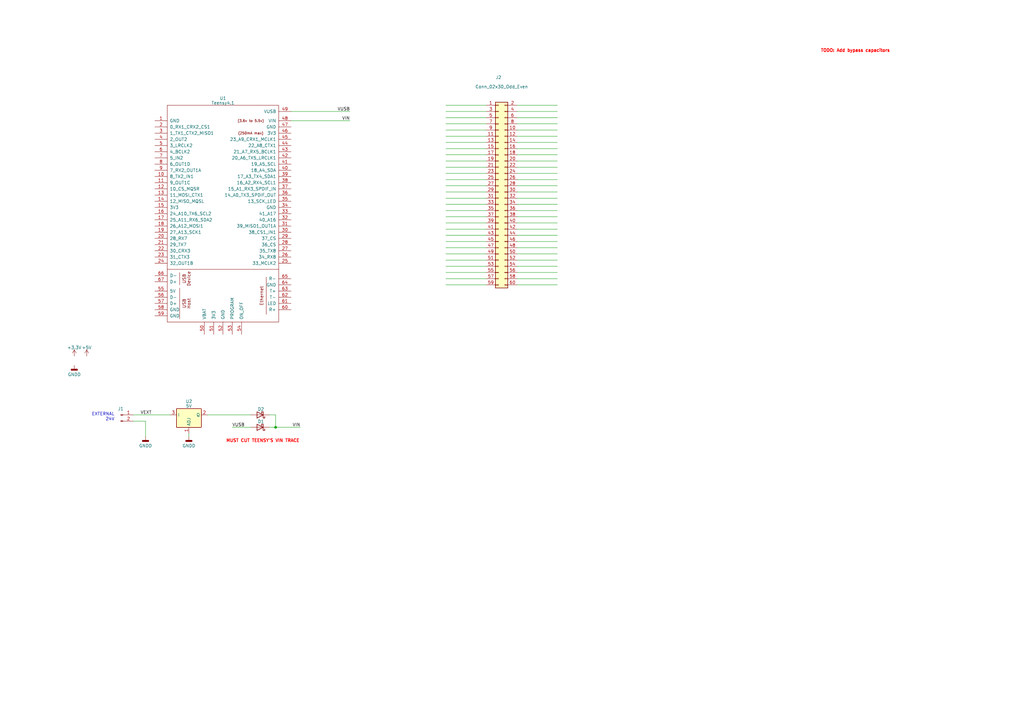
<source format=kicad_sch>
(kicad_sch (version 20230121) (generator eeschema)
  (paper "A3")
  (lib_symbols
    (symbol "Connector:Conn_01x02_Pin" (pin_names (offset 1.016) hide)
      (property "Reference" "J" (at 0 2.54 0))
      (property "Value" "Conn_01x02_Pin" (at 0 -5.08 0))
      (symbol "Conn_01x02_Pin_1_1"
        (polyline (pts (xy 1.27 -2.54) (xy 0.8636 -2.54)) (stroke (width 0.1524)))
        (polyline (pts (xy 1.27 0) (xy 0.8636 0)) (stroke (width 0.1524)))
        (rectangle (start 0.8636 -2.413) (end 0 -2.667) (stroke (width 0.1524)) (fill (type outline)))
        (rectangle (start 0.8636 0.127) (end 0 -0.127) (stroke (width 0.1524)) (fill (type outline)))
        (pin passive line (at 5.08 0 180) (length 3.81) (name "Pin_1") (number "1"))
        (pin passive line (at 5.08 -2.54 180) (length 3.81) (name "Pin_2") (number "2"))
      )
    )
    (symbol "Connector_Generic:Conn_02x30_Odd_Even" (pin_names (offset 1.016) hide)
      (property "Reference" "J" (at 1.27 38.1 0))
      (property "Value" "Conn_02x30_Odd_Even" (at 1.27 -40.64 0))
      (symbol "Conn_02x30_Odd_Even_1_1"
        (rectangle (start -1.27 -37.973) (end 0 -38.227) (stroke (width 0.1524)))
        (rectangle (start -1.27 -35.433) (end 0 -35.687) (stroke (width 0.1524)))
        (rectangle (start -1.27 -32.893) (end 0 -33.147) (stroke (width 0.1524)))
        (rectangle (start -1.27 -30.353) (end 0 -30.607) (stroke (width 0.1524)))
        (rectangle (start -1.27 -27.813) (end 0 -28.067) (stroke (width 0.1524)))
        (rectangle (start -1.27 -25.273) (end 0 -25.527) (stroke (width 0.1524)))
        (rectangle (start -1.27 -22.733) (end 0 -22.987) (stroke (width 0.1524)))
        (rectangle (start -1.27 -20.193) (end 0 -20.447) (stroke (width 0.1524)))
        (rectangle (start -1.27 -17.653) (end 0 -17.907) (stroke (width 0.1524)))
        (rectangle (start -1.27 -15.113) (end 0 -15.367) (stroke (width 0.1524)))
        (rectangle (start -1.27 -12.573) (end 0 -12.827) (stroke (width 0.1524)))
        (rectangle (start -1.27 -10.033) (end 0 -10.287) (stroke (width 0.1524)))
        (rectangle (start -1.27 -7.493) (end 0 -7.747) (stroke (width 0.1524)))
        (rectangle (start -1.27 -4.953) (end 0 -5.207) (stroke (width 0.1524)))
        (rectangle (start -1.27 -2.413) (end 0 -2.667) (stroke (width 0.1524)))
        (rectangle (start -1.27 0.127) (end 0 -0.127) (stroke (width 0.1524)))
        (rectangle (start -1.27 2.667) (end 0 2.413) (stroke (width 0.1524)))
        (rectangle (start -1.27 5.207) (end 0 4.953) (stroke (width 0.1524)))
        (rectangle (start -1.27 7.747) (end 0 7.493) (stroke (width 0.1524)))
        (rectangle (start -1.27 10.287) (end 0 10.033) (stroke (width 0.1524)))
        (rectangle (start -1.27 12.827) (end 0 12.573) (stroke (width 0.1524)))
        (rectangle (start -1.27 15.367) (end 0 15.113) (stroke (width 0.1524)))
        (rectangle (start -1.27 17.907) (end 0 17.653) (stroke (width 0.1524)))
        (rectangle (start -1.27 20.447) (end 0 20.193) (stroke (width 0.1524)))
        (rectangle (start -1.27 22.987) (end 0 22.733) (stroke (width 0.1524)))
        (rectangle (start -1.27 25.527) (end 0 25.273) (stroke (width 0.1524)))
        (rectangle (start -1.27 28.067) (end 0 27.813) (stroke (width 0.1524)))
        (rectangle (start -1.27 30.607) (end 0 30.353) (stroke (width 0.1524)))
        (rectangle (start -1.27 33.147) (end 0 32.893) (stroke (width 0.1524)))
        (rectangle (start -1.27 35.687) (end 0 35.433) (stroke (width 0.1524)))
        (rectangle (start -1.27 36.83) (end 3.81 -39.37) (stroke (width 0.254)) (fill (type background)))
        (rectangle (start 3.81 -37.973) (end 2.54 -38.227) (stroke (width 0.1524)))
        (rectangle (start 3.81 -35.433) (end 2.54 -35.687) (stroke (width 0.1524)))
        (rectangle (start 3.81 -32.893) (end 2.54 -33.147) (stroke (width 0.1524)))
        (rectangle (start 3.81 -30.353) (end 2.54 -30.607) (stroke (width 0.1524)))
        (rectangle (start 3.81 -27.813) (end 2.54 -28.067) (stroke (width 0.1524)))
        (rectangle (start 3.81 -25.273) (end 2.54 -25.527) (stroke (width 0.1524)))
        (rectangle (start 3.81 -22.733) (end 2.54 -22.987) (stroke (width 0.1524)))
        (rectangle (start 3.81 -20.193) (end 2.54 -20.447) (stroke (width 0.1524)))
        (rectangle (start 3.81 -17.653) (end 2.54 -17.907) (stroke (width 0.1524)))
        (rectangle (start 3.81 -15.113) (end 2.54 -15.367) (stroke (width 0.1524)))
        (rectangle (start 3.81 -12.573) (end 2.54 -12.827) (stroke (width 0.1524)))
        (rectangle (start 3.81 -10.033) (end 2.54 -10.287) (stroke (width 0.1524)))
        (rectangle (start 3.81 -7.493) (end 2.54 -7.747) (stroke (width 0.1524)))
        (rectangle (start 3.81 -4.953) (end 2.54 -5.207) (stroke (width 0.1524)))
        (rectangle (start 3.81 -2.413) (end 2.54 -2.667) (stroke (width 0.1524)))
        (rectangle (start 3.81 0.127) (end 2.54 -0.127) (stroke (width 0.1524)))
        (rectangle (start 3.81 2.667) (end 2.54 2.413) (stroke (width 0.1524)))
        (rectangle (start 3.81 5.207) (end 2.54 4.953) (stroke (width 0.1524)))
        (rectangle (start 3.81 7.747) (end 2.54 7.493) (stroke (width 0.1524)))
        (rectangle (start 3.81 10.287) (end 2.54 10.033) (stroke (width 0.1524)))
        (rectangle (start 3.81 12.827) (end 2.54 12.573) (stroke (width 0.1524)))
        (rectangle (start 3.81 15.367) (end 2.54 15.113) (stroke (width 0.1524)))
        (rectangle (start 3.81 17.907) (end 2.54 17.653) (stroke (width 0.1524)))
        (rectangle (start 3.81 20.447) (end 2.54 20.193) (stroke (width 0.1524)))
        (rectangle (start 3.81 22.987) (end 2.54 22.733) (stroke (width 0.1524)))
        (rectangle (start 3.81 25.527) (end 2.54 25.273) (stroke (width 0.1524)))
        (rectangle (start 3.81 28.067) (end 2.54 27.813) (stroke (width 0.1524)))
        (rectangle (start 3.81 30.607) (end 2.54 30.353) (stroke (width 0.1524)))
        (rectangle (start 3.81 33.147) (end 2.54 32.893) (stroke (width 0.1524)))
        (rectangle (start 3.81 35.687) (end 2.54 35.433) (stroke (width 0.1524)))
        (pin passive line (at -5.08 35.56 0) (length 3.81) (name "Pin_1") (number "1"))
        (pin passive line (at 7.62 25.4 180) (length 3.81) (name "Pin_10") (number "10"))
        (pin passive line (at -5.08 22.86 0) (length 3.81) (name "Pin_11") (number "11"))
        (pin passive line (at 7.62 22.86 180) (length 3.81) (name "Pin_12") (number "12"))
        (pin passive line (at -5.08 20.32 0) (length 3.81) (name "Pin_13") (number "13"))
        (pin passive line (at 7.62 20.32 180) (length 3.81) (name "Pin_14") (number "14"))
        (pin passive line (at -5.08 17.78 0) (length 3.81) (name "Pin_15") (number "15"))
        (pin passive line (at 7.62 17.78 180) (length 3.81) (name "Pin_16") (number "16"))
        (pin passive line (at -5.08 15.24 0) (length 3.81) (name "Pin_17") (number "17"))
        (pin passive line (at 7.62 15.24 180) (length 3.81) (name "Pin_18") (number "18"))
        (pin passive line (at -5.08 12.7 0) (length 3.81) (name "Pin_19") (number "19"))
        (pin passive line (at 7.62 35.56 180) (length 3.81) (name "Pin_2") (number "2"))
        (pin passive line (at 7.62 12.7 180) (length 3.81) (name "Pin_20") (number "20"))
        (pin passive line (at -5.08 10.16 0) (length 3.81) (name "Pin_21") (number "21"))
        (pin passive line (at 7.62 10.16 180) (length 3.81) (name "Pin_22") (number "22"))
        (pin passive line (at -5.08 7.62 0) (length 3.81) (name "Pin_23") (number "23"))
        (pin passive line (at 7.62 7.62 180) (length 3.81) (name "Pin_24") (number "24"))
        (pin passive line (at -5.08 5.08 0) (length 3.81) (name "Pin_25") (number "25"))
        (pin passive line (at 7.62 5.08 180) (length 3.81) (name "Pin_26") (number "26"))
        (pin passive line (at -5.08 2.54 0) (length 3.81) (name "Pin_27") (number "27"))
        (pin passive line (at 7.62 2.54 180) (length 3.81) (name "Pin_28") (number "28"))
        (pin passive line (at -5.08 0 0) (length 3.81) (name "Pin_29") (number "29"))
        (pin passive line (at -5.08 33.02 0) (length 3.81) (name "Pin_3") (number "3"))
        (pin passive line (at 7.62 0 180) (length 3.81) (name "Pin_30") (number "30"))
        (pin passive line (at -5.08 -2.54 0) (length 3.81) (name "Pin_31") (number "31"))
        (pin passive line (at 7.62 -2.54 180) (length 3.81) (name "Pin_32") (number "32"))
        (pin passive line (at -5.08 -5.08 0) (length 3.81) (name "Pin_33") (number "33"))
        (pin passive line (at 7.62 -5.08 180) (length 3.81) (name "Pin_34") (number "34"))
        (pin passive line (at -5.08 -7.62 0) (length 3.81) (name "Pin_35") (number "35"))
        (pin passive line (at 7.62 -7.62 180) (length 3.81) (name "Pin_36") (number "36"))
        (pin passive line (at -5.08 -10.16 0) (length 3.81) (name "Pin_37") (number "37"))
        (pin passive line (at 7.62 -10.16 180) (length 3.81) (name "Pin_38") (number "38"))
        (pin passive line (at -5.08 -12.7 0) (length 3.81) (name "Pin_39") (number "39"))
        (pin passive line (at 7.62 33.02 180) (length 3.81) (name "Pin_4") (number "4"))
        (pin passive line (at 7.62 -12.7 180) (length 3.81) (name "Pin_40") (number "40"))
        (pin passive line (at -5.08 -15.24 0) (length 3.81) (name "Pin_41") (number "41"))
        (pin passive line (at 7.62 -15.24 180) (length 3.81) (name "Pin_42") (number "42"))
        (pin passive line (at -5.08 -17.78 0) (length 3.81) (name "Pin_43") (number "43"))
        (pin passive line (at 7.62 -17.78 180) (length 3.81) (name "Pin_44") (number "44"))
        (pin passive line (at -5.08 -20.32 0) (length 3.81) (name "Pin_45") (number "45"))
        (pin passive line (at 7.62 -20.32 180) (length 3.81) (name "Pin_46") (number "46"))
        (pin passive line (at -5.08 -22.86 0) (length 3.81) (name "Pin_47") (number "47"))
        (pin passive line (at 7.62 -22.86 180) (length 3.81) (name "Pin_48") (number "48"))
        (pin passive line (at -5.08 -25.4 0) (length 3.81) (name "Pin_49") (number "49"))
        (pin passive line (at -5.08 30.48 0) (length 3.81) (name "Pin_5") (number "5"))
        (pin passive line (at 7.62 -25.4 180) (length 3.81) (name "Pin_50") (number "50"))
        (pin passive line (at -5.08 -27.94 0) (length 3.81) (name "Pin_51") (number "51"))
        (pin passive line (at 7.62 -27.94 180) (length 3.81) (name "Pin_52") (number "52"))
        (pin passive line (at -5.08 -30.48 0) (length 3.81) (name "Pin_53") (number "53"))
        (pin passive line (at 7.62 -30.48 180) (length 3.81) (name "Pin_54") (number "54"))
        (pin passive line (at -5.08 -33.02 0) (length 3.81) (name "Pin_55") (number "55"))
        (pin passive line (at 7.62 -33.02 180) (length 3.81) (name "Pin_56") (number "56"))
        (pin passive line (at -5.08 -35.56 0) (length 3.81) (name "Pin_57") (number "57"))
        (pin passive line (at 7.62 -35.56 180) (length 3.81) (name "Pin_58") (number "58"))
        (pin passive line (at -5.08 -38.1 0) (length 3.81) (name "Pin_59") (number "59"))
        (pin passive line (at 7.62 30.48 180) (length 3.81) (name "Pin_6") (number "6"))
        (pin passive line (at 7.62 -38.1 180) (length 3.81) (name "Pin_60") (number "60"))
        (pin passive line (at -5.08 27.94 0) (length 3.81) (name "Pin_7") (number "7"))
        (pin passive line (at 7.62 27.94 180) (length 3.81) (name "Pin_8") (number "8"))
        (pin passive line (at -5.08 25.4 0) (length 3.81) (name "Pin_9") (number "9"))
      )
    )
    (symbol "Device:D_Schottky" (pin_numbers hide) (pin_names (offset 1.016) hide)
      (property "Reference" "D" (at 0 2.54 0))
      (property "Value" "D_Schottky" (at 0 -2.54 0))
      (symbol "D_Schottky_0_1"
        (polyline (pts (xy 1.27 0) (xy -1.27 0)))
        (polyline (pts (xy 1.27 1.27) (xy 1.27 -1.27) (xy -1.27 0) (xy 1.27 1.27)) (stroke (width 0.254)))
        (polyline (pts (xy -1.905 0.635) (xy -1.905 1.27) (xy -1.27 1.27) (xy -1.27 -1.27) (xy -0.635 -1.27) (xy -0.635 -0.635)) (stroke (width 0.254)))
      )
      (symbol "D_Schottky_1_1"
        (pin passive line (at -3.81 0 0) (length 2.54) (name "K") (number "1"))
        (pin passive line (at 3.81 0 180) (length 2.54) (name "A") (number "2"))
      )
    )
    (symbol "Regulator_Linear:IFX27001TFV"
      (property "Reference" "U" (at 0 6.35 0))
      (property "Value" "IFX27001TFV" (at 0 3.81 0))
      (symbol "IFX27001TFV_1_1"
        (rectangle (start -5.08 2.54) (end 5.08 -5.08) (stroke (width 0.254)) (fill (type background)))
        (pin input line (at 0 -7.62 90) (length 2.54) (name "ADJ") (number "1"))
        (pin power_out line (at 7.62 0 180) (length 2.54) (name "Q") (number "2"))
        (pin power_in line (at -7.62 0 0) (length 2.54) (name "I") (number "3"))
      )
    )
    (symbol "main_board:GND" (power) (pin_names (offset 0))
      (property "Value" "GND" (at 0 -3.175 0))
      (symbol "GND_0_1"
        (rectangle (start -1.27 -1.524) (end 1.27 -2.032) (stroke (width 0.254)) (fill (type outline)))
        (polyline (pts (xy 0 0) (xy 0 -1.524)))
      )
      (symbol "GND_1_1"
        (pin power_in line (at 0 0 270) (length 0) hide (name "GNDD") (number "1"))
      )
    )
    (symbol "main_board:Teensy4.1" (pin_names (offset 1.016))
      (property "Reference" "U" (at 0 64.77 0))
      (property "Value" "Teensy4.1" (at 0 62.23 0))
      (symbol "Teensy4.1_0_0"
        (polyline (pts (xy -22.86 -6.35) (xy 22.86 -6.35)))
        (polyline (pts (xy -17.78 -26.67) (xy -17.78 -13.97)))
        (polyline (pts (xy -17.78 -7.62) (xy -17.78 -12.7)))
        (polyline (pts (xy 17.78 -9.525) (xy 17.78 -24.765)))
        (text "(250mA max)" (at 11.43 49.53 0) (effects (font (size 1.016 1.016))))
        (text "(3.6v to 5.5v)" (at 11.43 54.61 0) (effects (font (size 1.016 1.016))))
        (text "Device" (at -13.97 -10.16 900) (effects (font (size 1.27 1.27))))
        (text "Ethernet" (at 15.875 -17.145 900) (effects (font (size 1.27 1.27))))
        (text "Host" (at -13.97 -20.32 900) (effects (font (size 1.27 1.27))))
        (text "USB" (at -15.875 -20.32 900) (effects (font (size 1.27 1.27))))
        (text "USB" (at -15.875 -10.16 900) (effects (font (size 1.27 1.27))))
        (pin bidirectional line (at -27.94 31.75 0) (length 5.08) (name "8_TX2_IN1") (number "10"))
        (pin bidirectional line (at -27.94 29.21 0) (length 5.08) (name "9_OUT1C") (number "11"))
        (pin bidirectional line (at -27.94 26.67 0) (length 5.08) (name "10_CS_MQSR") (number "12"))
        (pin bidirectional line (at -27.94 24.13 0) (length 5.08) (name "11_MOSI_CTX1") (number "13"))
        (pin bidirectional line (at -27.94 21.59 0) (length 5.08) (name "12_MISO_MQSL") (number "14"))
        (pin power_in line (at -27.94 19.05 0) (length 5.08) (name "3V3") (number "15"))
        (pin bidirectional line (at -27.94 16.51 0) (length 5.08) (name "24_A10_TX6_SCL2") (number "16"))
        (pin bidirectional line (at -27.94 13.97 0) (length 5.08) (name "25_A11_RX6_SDA2") (number "17"))
        (pin bidirectional line (at -27.94 11.43 0) (length 5.08) (name "26_A12_MOSI1") (number "18"))
        (pin bidirectional line (at -27.94 8.89 0) (length 5.08) (name "27_A13_SCK1") (number "19"))
        (pin bidirectional line (at -27.94 6.35 0) (length 5.08) (name "28_RX7") (number "20"))
        (pin bidirectional line (at -27.94 3.81 0) (length 5.08) (name "29_TX7") (number "21"))
        (pin bidirectional line (at -27.94 1.27 0) (length 5.08) (name "30_CRX3") (number "22"))
        (pin bidirectional line (at -27.94 -1.27 0) (length 5.08) (name "31_CTX3") (number "23"))
        (pin bidirectional line (at -27.94 -3.81 0) (length 5.08) (name "32_OUT1B") (number "24"))
        (pin bidirectional line (at 27.94 -3.81 180) (length 5.08) (name "33_MCLK2") (number "25"))
        (pin bidirectional line (at 27.94 -1.27 180) (length 5.08) (name "34_RX8") (number "26"))
        (pin bidirectional line (at 27.94 1.27 180) (length 5.08) (name "35_TX8") (number "27"))
        (pin bidirectional line (at 27.94 3.81 180) (length 5.08) (name "36_CS") (number "28"))
        (pin bidirectional line (at 27.94 6.35 180) (length 5.08) (name "37_CS") (number "29"))
        (pin bidirectional line (at 27.94 8.89 180) (length 5.08) (name "38_CS1_IN1") (number "30"))
        (pin bidirectional line (at 27.94 11.43 180) (length 5.08) (name "39_MISO1_OUT1A") (number "31"))
        (pin bidirectional line (at 27.94 13.97 180) (length 5.08) (name "40_A16") (number "32"))
        (pin bidirectional line (at 27.94 16.51 180) (length 5.08) (name "41_A17") (number "33"))
        (pin bidirectional line (at 27.94 21.59 180) (length 5.08) (name "13_SCK_LED") (number "35"))
        (pin bidirectional line (at 27.94 24.13 180) (length 5.08) (name "14_A0_TX3_SPDIF_OUT") (number "36"))
        (pin bidirectional line (at 27.94 26.67 180) (length 5.08) (name "15_A1_RX3_SPDIF_IN") (number "37"))
        (pin bidirectional line (at 27.94 29.21 180) (length 5.08) (name "16_A2_RX4_SCL1") (number "38"))
        (pin bidirectional line (at 27.94 31.75 180) (length 5.08) (name "17_A3_TX4_SDA1") (number "39"))
        (pin bidirectional line (at 27.94 34.29 180) (length 5.08) (name "18_A4_SDA") (number "40"))
        (pin bidirectional line (at 27.94 36.83 180) (length 5.08) (name "19_A5_SCL") (number "41"))
        (pin bidirectional line (at 27.94 39.37 180) (length 5.08) (name "20_A6_TX5_LRCLK1") (number "42"))
        (pin bidirectional line (at 27.94 41.91 180) (length 5.08) (name "21_A7_RX5_BCLK1") (number "43"))
        (pin bidirectional line (at 27.94 44.45 180) (length 5.08) (name "22_A8_CTX1") (number "44"))
        (pin bidirectional line (at 27.94 46.99 180) (length 5.08) (name "23_A9_CRX1_MCLK1") (number "45"))
        (pin output line (at 27.94 49.53 180) (length 5.08) (name "3V3") (number "46"))
        (pin output line (at 27.94 52.07 180) (length 5.08) (name "GND") (number "47"))
        (pin power_in line (at 27.94 54.61 180) (length 5.08) (name "VIN") (number "48"))
        (pin power_out line (at 27.94 58.42 180) (length 5.08) (name "VUSB") (number "49"))
        (pin bidirectional line (at -27.94 44.45 0) (length 5.08) (name "3_LRCLK2") (number "5"))
        (pin power_in line (at -7.62 -33.02 90) (length 5.08) (name "VBAT") (number "50"))
        (pin power_in line (at -3.81 -33.02 90) (length 5.08) (name "3V3") (number "51"))
        (pin input line (at 0 -33.02 90) (length 5.08) (name "GND") (number "52"))
        (pin input line (at 3.81 -33.02 90) (length 5.08) (name "PROGRAM") (number "53"))
        (pin input line (at 7.62 -33.02 90) (length 5.08) (name "ON_OFF") (number "54"))
        (pin power_out line (at -27.94 -15.24 0) (length 5.08) (name "5V") (number "55"))
        (pin bidirectional line (at -27.94 -17.78 0) (length 5.08) (name "D-") (number "56"))
        (pin bidirectional line (at -27.94 -20.32 0) (length 5.08) (name "D+") (number "57"))
        (pin power_in line (at -27.94 -22.86 0) (length 5.08) (name "GND") (number "58"))
        (pin power_in line (at -27.94 -25.4 0) (length 5.08) (name "GND") (number "59"))
        (pin bidirectional line (at -27.94 41.91 0) (length 5.08) (name "4_BCLK2") (number "6"))
        (pin bidirectional line (at 27.94 -22.86 180) (length 5.08) (name "R+") (number "60"))
        (pin bidirectional line (at 27.94 -20.32 180) (length 5.08) (name "LED") (number "61"))
        (pin bidirectional line (at 27.94 -17.78 180) (length 5.08) (name "T-") (number "62"))
        (pin bidirectional line (at 27.94 -15.24 180) (length 5.08) (name "T+") (number "63"))
        (pin power_in line (at 27.94 -12.7 180) (length 5.08) (name "GND") (number "64"))
        (pin bidirectional line (at 27.94 -10.16 180) (length 5.08) (name "R-") (number "65"))
        (pin bidirectional line (at -27.94 -8.89 0) (length 5.08) (name "D-") (number "66"))
        (pin bidirectional line (at -27.94 -11.43 0) (length 5.08) (name "D+") (number "67"))
        (pin bidirectional line (at -27.94 39.37 0) (length 5.08) (name "5_IN2") (number "7"))
        (pin bidirectional line (at -27.94 36.83 0) (length 5.08) (name "6_OUT1D") (number "8"))
        (pin bidirectional line (at -27.94 34.29 0) (length 5.08) (name "7_RX2_OUT1A") (number "9"))
      )
      (symbol "Teensy4.1_0_1"
        (rectangle (start -22.86 60.96) (end 22.86 -27.94))
        (rectangle (start -20.32 -1.27) (end -20.32 -1.27))
      )
      (symbol "Teensy4.1_1_1"
        (pin power_in line (at -27.94 54.61 0) (length 5.08) (name "GND") (number "1"))
        (pin bidirectional line (at -27.94 52.07 0) (length 5.08) (name "0_RX1_CRX2_CS1") (number "2"))
        (pin bidirectional line (at -27.94 49.53 0) (length 5.08) (name "1_TX1_CTX2_MISO1") (number "3"))
        (pin power_in line (at 27.94 19.05 180) (length 5.08) (name "GND") (number "34"))
        (pin bidirectional line (at -27.94 46.99 0) (length 5.08) (name "2_OUT2") (number "4"))
      )
    )
    (symbol "power:+3.3V" (power) (pin_names (offset 0))
      (property "Value" "+3.3V" (at 0 3.556 0))
      (symbol "+3.3V_0_1"
        (polyline (pts (xy -0.762 1.27) (xy 0 2.54)))
        (polyline (pts (xy 0 0) (xy 0 2.54)))
        (polyline (pts (xy 0 2.54) (xy 0.762 1.27)))
      )
      (symbol "+3.3V_1_1"
        (pin power_in line (at 0 0 90) (length 0) hide (name "+3.3V") (number "1"))
      )
    )
    (symbol "power:+5V" (power) (pin_names (offset 0))
      (property "Value" "+5V" (at 0 3.556 0))
      (symbol "+5V_0_1"
        (polyline (pts (xy -0.762 1.27) (xy 0 2.54)))
        (polyline (pts (xy 0 0) (xy 0 2.54)))
        (polyline (pts (xy 0 2.54) (xy 0.762 1.27)))
      )
      (symbol "+5V_1_1"
        (pin power_in line (at 0 0 90) (length 0) hide (name "+5V") (number "1"))
      )
    )
  )
  (junction (at 113.03 175.26))
  (wire (pts (xy 182.88 106.68) (xy 199.39 106.68)))
  (wire (pts (xy 212.09 71.12) (xy 228.6 71.12)))
  (wire (pts (xy 212.09 88.9) (xy 228.6 88.9)))
  (wire (pts (xy 212.09 101.6) (xy 228.6 101.6)))
  (wire (pts (xy 212.09 48.26) (xy 228.6 48.26)))
  (wire (pts (xy 110.49 170.18) (xy 113.03 170.18)))
  (wire (pts (xy 212.09 106.68) (xy 228.6 106.68)))
  (wire (pts (xy 182.88 55.88) (xy 199.39 55.88)))
  (wire (pts (xy 113.03 175.26) (xy 123.19 175.26)))
  (wire (pts (xy 182.88 86.36) (xy 199.39 86.36)))
  (wire (pts (xy 212.09 43.18) (xy 228.6 43.18)))
  (wire (pts (xy 182.88 81.28) (xy 199.39 81.28)))
  (wire (pts (xy 182.88 116.84) (xy 199.39 116.84)))
  (wire (pts (xy 212.09 83.82) (xy 228.6 83.82)))
  (wire (pts (xy 212.09 55.88) (xy 228.6 55.88)))
  (wire (pts (xy 212.09 99.06) (xy 228.6 99.06)))
  (wire (pts (xy 119.38 45.72) (xy 143.51 45.72)))
  (wire (pts (xy 95.25 175.26) (xy 102.87 175.26)))
  (wire (pts (xy 182.88 114.3) (xy 199.39 114.3)))
  (wire (pts (xy 182.88 48.26) (xy 199.39 48.26)))
  (wire (pts (xy 182.88 78.74) (xy 199.39 78.74)))
  (wire (pts (xy 212.09 86.36) (xy 228.6 86.36)))
  (wire (pts (xy 182.88 109.22) (xy 199.39 109.22)))
  (wire (pts (xy 182.88 88.9) (xy 199.39 88.9)))
  (wire (pts (xy 182.88 66.04) (xy 199.39 66.04)))
  (wire (pts (xy 212.09 60.96) (xy 228.6 60.96)))
  (wire (pts (xy 212.09 78.74) (xy 228.6 78.74)))
  (wire (pts (xy 119.38 49.53) (xy 143.51 49.53)))
  (wire (pts (xy 182.88 99.06) (xy 199.39 99.06)))
  (wire (pts (xy 212.09 76.2) (xy 228.6 76.2)))
  (wire (pts (xy 212.09 114.3) (xy 228.6 114.3)))
  (wire (pts (xy 212.09 63.5) (xy 228.6 63.5)))
  (wire (pts (xy 182.88 83.82) (xy 199.39 83.82)))
  (wire (pts (xy 54.61 172.72) (xy 59.69 172.72)))
  (wire (pts (xy 212.09 45.72) (xy 228.6 45.72)))
  (wire (pts (xy 212.09 58.42) (xy 228.6 58.42)))
  (wire (pts (xy 212.09 109.22) (xy 228.6 109.22)))
  (wire (pts (xy 212.09 96.52) (xy 228.6 96.52)))
  (wire (pts (xy 182.88 43.18) (xy 199.39 43.18)))
  (wire (pts (xy 212.09 93.98) (xy 228.6 93.98)))
  (wire (pts (xy 212.09 53.34) (xy 228.6 53.34)))
  (wire (pts (xy 212.09 68.58) (xy 228.6 68.58)))
  (wire (pts (xy 59.69 172.72) (xy 59.69 179.07)))
  (wire (pts (xy 182.88 104.14) (xy 199.39 104.14)))
  (wire (pts (xy 182.88 93.98) (xy 199.39 93.98)))
  (wire (pts (xy 77.47 179.07) (xy 77.47 177.8)))
  (wire (pts (xy 54.61 170.18) (xy 69.85 170.18)))
  (wire (pts (xy 182.88 63.5) (xy 199.39 63.5)))
  (wire (pts (xy 182.88 53.34) (xy 199.39 53.34)))
  (wire (pts (xy 182.88 76.2) (xy 199.39 76.2)))
  (wire (pts (xy 182.88 60.96) (xy 199.39 60.96)))
  (wire (pts (xy 212.09 66.04) (xy 228.6 66.04)))
  (wire (pts (xy 212.09 116.84) (xy 228.6 116.84)))
  (wire (pts (xy 182.88 91.44) (xy 199.39 91.44)))
  (wire (pts (xy 212.09 91.44) (xy 228.6 91.44)))
  (wire (pts (xy 212.09 111.76) (xy 228.6 111.76)))
  (wire (pts (xy 212.09 81.28) (xy 228.6 81.28)))
  (wire (pts (xy 182.88 101.6) (xy 199.39 101.6)))
  (wire (pts (xy 212.09 73.66) (xy 228.6 73.66)))
  (wire (pts (xy 182.88 68.58) (xy 199.39 68.58)))
  (wire (pts (xy 110.49 175.26) (xy 113.03 175.26)))
  (wire (pts (xy 182.88 73.66) (xy 199.39 73.66)))
  (wire (pts (xy 182.88 71.12) (xy 199.39 71.12)))
  (wire (pts (xy 113.03 170.18) (xy 113.03 175.26)))
  (wire (pts (xy 182.88 45.72) (xy 199.39 45.72)))
  (wire (pts (xy 212.09 50.8) (xy 228.6 50.8)))
  (wire (pts (xy 182.88 50.8) (xy 199.39 50.8)))
  (wire (pts (xy 182.88 111.76) (xy 199.39 111.76)))
  (wire (pts (xy 182.88 58.42) (xy 199.39 58.42)))
  (wire (pts (xy 212.09 104.14) (xy 228.6 104.14)))
  (wire (pts (xy 85.09 170.18) (xy 102.87 170.18)))
  (wire (pts (xy 182.88 96.52) (xy 199.39 96.52)))
  (text "TODO: Add bypass capacitors" (at 336.55 21.59 0) (effects (font (size 1.27 1.27) (thickness 0.254) bold) (justify left bottom)))
  (text "MUST CUT TEENSY'S VIN TRACE" (at 92.71 181.61 0) (effects (font (size 1.27 1.27) (thickness 0.254) bold) (justify left bottom)))
  (text "EXTERNAL\n24V" (at 46.99 172.72 0) (effects (font (size 1.27 1.27)) (justify right bottom)))
  (label "VUSB" (at 95.25 175.26 0))
  (label "VIN" (at 123.19 175.26 180))
  (label "VUSB" (at 143.51 45.72 180))
  (label "VEXT" (at 62.23 170.18 180))
  (label "VIN" (at 143.51 49.53 180))
  (symbol (lib_id "main_board:GND") (at 77.47 179.07 0) (unit 1)
    (property "Reference" "#PWR05" (effects hide))
    (property "Value" "GND" (at 77.47 182.8245 0))
  )
  (symbol (lib_id "Device:D_Schottky") (at 106.68 170.18 180) (unit 1)
    (property "Reference" "D2" (at 106.9975 167.8211 0))
    (property "Value" "D_Schottky" (effects hide))
  )
  (symbol (lib_id "main_board:GND") (at 59.69 179.07 0) (unit 1)
    (property "Reference" "#PWR04" (effects hide))
    (property "Value" "GND" (at 59.69 182.8245 0))
  )
  (symbol (lib_id "power:+5V") (at 35.56 146.05 0) (unit 1)
    (property "Reference" "#PWR02" (effects hide))
    (property "Value" "+5V" (at 35.56 142.5481 0))
  )
  (symbol (lib_id "main_board:Teensy4.1") (at 91.44 104.14 0) (unit 1)
    (property "Reference" "U1" (at 91.44 40.2971 0))
    (property "Value" "Teensy4.1" (at 91.44 42.2181 0))
    (property "Footprint" "main_board:Teensy41" (effects hide))
  )
  (symbol (lib_id "power:+3.3V") (at 30.48 146.05 0) (unit 1)
    (property "Reference" "#PWR03" (effects hide))
    (property "Value" "+3.3V" (at 30.48 142.5481 0))
  )
  (symbol (lib_id "Connector:Conn_01x02_Pin") (at 49.53 170.18 0) (unit 1)
    (property "Reference" "J1" (at 49.53 167.64 0))
    (property "Value" "Conn_01x02_Pin" (effects hide))
  )
  (symbol (lib_id "Connector_Generic:Conn_02x30_Odd_Even") (at 204.47 78.74 0) (unit 1)
    (property "Reference" "J2" (at 204.47 31.75 0))
    (property "Value" "Conn_02x30_Odd_Even" (at 205.74 35.56 0))
  )
  (symbol (lib_id "Device:D_Schottky") (at 106.68 175.26 180) (unit 1)
    (property "Reference" "D1" (at 106.9975 172.9011 0))
    (property "Value" "D_Schottky" (effects hide))
  )
  (symbol (lib_id "Regulator_Linear:IFX27001TFV") (at 77.47 170.18 0) (unit 1)
    (property "Reference" "U2" (at 77.47 164.6301 0))
    (property "Value" "5V" (at 77.47 166.5511 0))
    (property "Footprint" "Package_TO_SOT_SMD:TO-252-3_TabPin2" (effects hide))
    (property "Datasheet" "https://static6.arrow.com/aropdfconversion/dc75757ae45a88e5f69bdce3f2a651a5fe0ca07d/ifx27001_ds_10.pdf" (effects hide))
  )
  (symbol (lib_id "main_board:GND") (at 30.48 149.86 0) (unit 1)
    (property "Reference" "#PWR01" (effects hide))
    (property "Value" "GND" (at 30.48 153.6145 0))
  )
)
</source>
